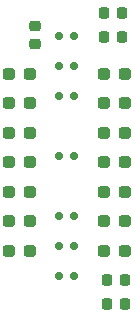
<source format=gbr>
%TF.GenerationSoftware,KiCad,Pcbnew,(6.0.10)*%
%TF.CreationDate,2023-03-05T19:00:04+01:00*%
%TF.ProjectId,HighPrecPosSens,48696768-5072-4656-9350-6f7353656e73,1*%
%TF.SameCoordinates,Original*%
%TF.FileFunction,Paste,Bot*%
%TF.FilePolarity,Positive*%
%FSLAX46Y46*%
G04 Gerber Fmt 4.6, Leading zero omitted, Abs format (unit mm)*
G04 Created by KiCad (PCBNEW (6.0.10)) date 2023-03-05 19:00:04*
%MOMM*%
%LPD*%
G01*
G04 APERTURE LIST*
G04 Aperture macros list*
%AMRoundRect*
0 Rectangle with rounded corners*
0 $1 Rounding radius*
0 $2 $3 $4 $5 $6 $7 $8 $9 X,Y pos of 4 corners*
0 Add a 4 corners polygon primitive as box body*
4,1,4,$2,$3,$4,$5,$6,$7,$8,$9,$2,$3,0*
0 Add four circle primitives for the rounded corners*
1,1,$1+$1,$2,$3*
1,1,$1+$1,$4,$5*
1,1,$1+$1,$6,$7*
1,1,$1+$1,$8,$9*
0 Add four rect primitives between the rounded corners*
20,1,$1+$1,$2,$3,$4,$5,0*
20,1,$1+$1,$4,$5,$6,$7,0*
20,1,$1+$1,$6,$7,$8,$9,0*
20,1,$1+$1,$8,$9,$2,$3,0*%
G04 Aperture macros list end*
%ADD10RoundRect,0.237500X-0.287500X-0.237500X0.287500X-0.237500X0.287500X0.237500X-0.287500X0.237500X0*%
%ADD11RoundRect,0.237500X0.287500X0.237500X-0.287500X0.237500X-0.287500X-0.237500X0.287500X-0.237500X0*%
%ADD12RoundRect,0.225000X-0.225000X-0.250000X0.225000X-0.250000X0.225000X0.250000X-0.225000X0.250000X0*%
%ADD13RoundRect,0.225000X0.250000X-0.225000X0.250000X0.225000X-0.250000X0.225000X-0.250000X-0.225000X0*%
%ADD14C,0.700000*%
G04 APERTURE END LIST*
D10*
%TO.C,D2*%
X73418000Y-77492864D03*
X75168000Y-77492864D03*
%TD*%
%TO.C,D4*%
X73418000Y-82492864D03*
X75168000Y-82492864D03*
%TD*%
D11*
%TO.C,D15*%
X67125000Y-89980864D03*
X65375000Y-89980864D03*
%TD*%
D12*
%TO.C,C6*%
X73631000Y-94470864D03*
X75181000Y-94470864D03*
%TD*%
D10*
%TO.C,D6*%
X73418000Y-87492864D03*
X75168000Y-87492864D03*
%TD*%
D13*
%TO.C,C8*%
X67500000Y-72505864D03*
X67500000Y-70955864D03*
%TD*%
D11*
%TO.C,D11*%
X67125000Y-79980864D03*
X65375000Y-79980864D03*
%TD*%
D10*
%TO.C,D7*%
X73418000Y-89992864D03*
X75168000Y-89992864D03*
%TD*%
D11*
%TO.C,D14*%
X67125000Y-87480864D03*
X65375000Y-87480864D03*
%TD*%
%TO.C,D12*%
X67125000Y-82480864D03*
X65375000Y-82480864D03*
%TD*%
D12*
%TO.C,C10*%
X73377000Y-71864864D03*
X74927000Y-71864864D03*
%TD*%
%TO.C,C7*%
X73377000Y-69832864D03*
X74927000Y-69832864D03*
%TD*%
%TO.C,C9*%
X73631000Y-92438864D03*
X75181000Y-92438864D03*
%TD*%
D14*
%TO.C,U2*%
X70885000Y-71820864D03*
X70885000Y-74360864D03*
X70885000Y-76900864D03*
X70885000Y-81980864D03*
X70885000Y-87060864D03*
X70885000Y-89600864D03*
X70885000Y-92140864D03*
X69615000Y-92140864D03*
X69615000Y-89600864D03*
X69615000Y-87060864D03*
X69615000Y-81980864D03*
X69615000Y-76900864D03*
X69615000Y-74360864D03*
X69615000Y-71820864D03*
%TD*%
D11*
%TO.C,D13*%
X67125000Y-84980864D03*
X65375000Y-84980864D03*
%TD*%
%TO.C,D9*%
X67125000Y-74992864D03*
X65375000Y-74992864D03*
%TD*%
D10*
%TO.C,D1*%
X73418000Y-74992864D03*
X75168000Y-74992864D03*
%TD*%
%TO.C,D3*%
X73418000Y-79992864D03*
X75168000Y-79992864D03*
%TD*%
D11*
%TO.C,D10*%
X67125000Y-77480864D03*
X65375000Y-77480864D03*
%TD*%
D10*
%TO.C,D5*%
X73418000Y-84992864D03*
X75168000Y-84992864D03*
%TD*%
M02*

</source>
